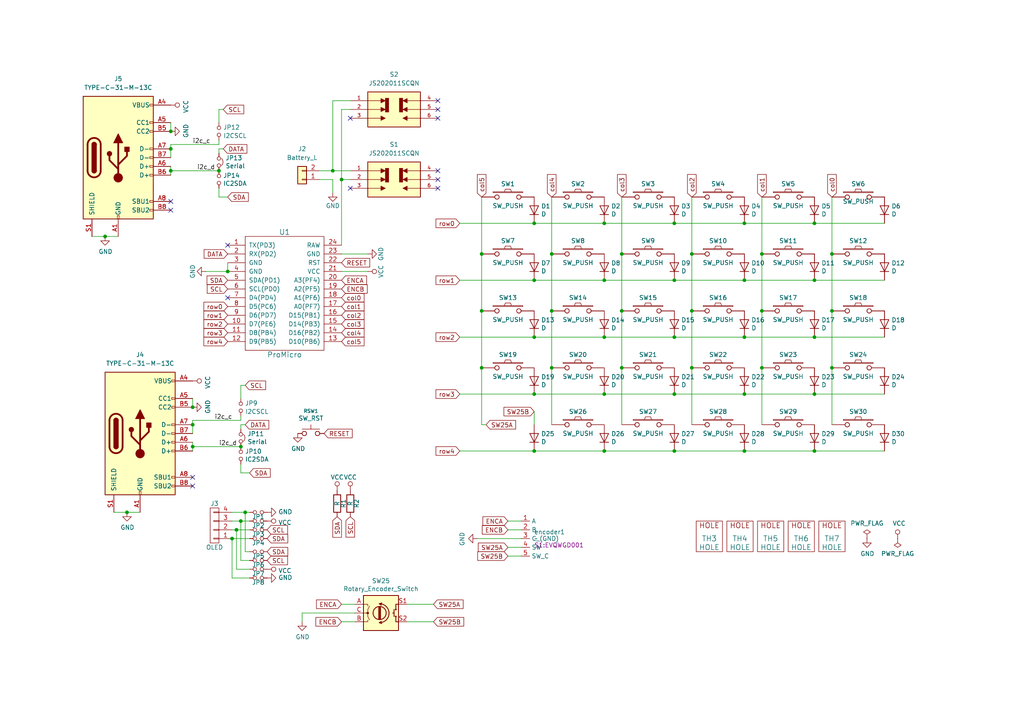
<source format=kicad_sch>
(kicad_sch (version 20250114) (generator "eeschema") (generator_version "9.0")
  (paper "A4")
  (junction (at 55.88 118.11))
  (junction (at 200.66 106.68))
  (junction (at 220.98 73.66))
  (junction (at 241.3 73.66))
  (junction (at 55.88 129.54))
  (junction (at 67.31 156.21))
  (junction (at 63.5 49.53))
  (junction (at 49.53 43.18))
  (junction (at 66.04 78.74))
  (junction (at 154.94 64.77))
  (junction (at 215.9 114.3))
  (junction (at 241.3 90.17))
  (junction (at 30.48 68.58))
  (junction (at 195.58 130.81))
  (junction (at 195.58 97.79))
  (junction (at 154.94 114.3))
  (junction (at 236.22 114.3))
  (junction (at 241.3 106.68))
  (junction (at 71.12 148.59))
  (junction (at 55.88 123.19))
  (junction (at 96.52 49.53))
  (junction (at 236.22 81.28))
  (junction (at 175.26 81.28))
  (junction (at 215.9 97.79))
  (junction (at 195.58 81.28))
  (junction (at 175.26 114.3))
  (junction (at 175.26 64.77))
  (junction (at 175.26 97.79))
  (junction (at 139.7 73.66))
  (junction (at 154.94 81.28))
  (junction (at 215.9 64.77))
  (junction (at 99.06 52.07))
  (junction (at 180.34 73.66))
  (junction (at 49.53 49.53))
  (junction (at 36.83 148.59))
  (junction (at 200.66 90.17))
  (junction (at 220.98 106.68))
  (junction (at 139.7 106.68))
  (junction (at 49.53 38.1))
  (junction (at 154.94 130.81))
  (junction (at 236.22 64.77))
  (junction (at 154.94 97.79))
  (junction (at 195.58 64.77))
  (junction (at 160.02 73.66))
  (junction (at 160.02 106.68))
  (junction (at 195.58 114.3))
  (junction (at 236.22 97.79))
  (junction (at 69.85 151.13))
  (junction (at 69.85 129.54))
  (junction (at 160.02 90.17))
  (junction (at 215.9 81.28))
  (junction (at 139.7 90.17))
  (junction (at 215.9 130.81))
  (junction (at 175.26 130.81))
  (junction (at 180.34 106.68))
  (junction (at 220.98 90.17))
  (junction (at 180.34 90.17))
  (junction (at 68.58 153.67))
  (junction (at 236.22 130.81))
  (junction (at 200.66 73.66))
  (no_connect (at 66.04 71.12))
  (no_connect (at 55.88 140.97))
  (no_connect (at 49.53 60.96))
  (no_connect (at 127 31.75))
  (no_connect (at 127 54.61))
  (no_connect (at 127 49.53))
  (no_connect (at 55.88 138.43))
  (no_connect (at 101.6 34.29))
  (no_connect (at 127 34.29))
  (no_connect (at 66.04 86.36))
  (no_connect (at 127 29.21))
  (no_connect (at 127 52.07))
  (no_connect (at 49.53 58.42))
  (no_connect (at 101.6 54.61))
  (wire (pts (xy 99.06 52.07) (xy 99.06 71.12)))
  (wire (pts (xy 96.52 29.21) (xy 96.52 49.53)))
  (wire (pts (xy 49.53 41.91) (xy 49.53 43.18)))
  (wire (pts (xy 69.85 134.62) (xy 69.85 137.16)))
  (wire (pts (xy 215.9 97.79) (xy 236.22 97.79)))
  (wire (pts (xy 195.58 97.79) (xy 215.9 97.79)))
  (wire (pts (xy 236.22 64.77) (xy 256.54 64.77)))
  (wire (pts (xy 175.26 130.81) (xy 195.58 130.81)))
  (wire (pts (xy 33.02 148.59) (xy 36.83 148.59)))
  (wire (pts (xy 139.7 123.19) (xy 140.97 123.19)))
  (wire (pts (xy 195.58 81.28) (xy 215.9 81.28)))
  (wire (pts (xy 236.22 130.81) (xy 256.54 130.81)))
  (wire (pts (xy 101.6 52.07) (xy 99.06 52.07)))
  (wire (pts (xy 154.94 97.79) (xy 133.35 97.79)))
  (wire (pts (xy 180.34 90.17) (xy 180.34 106.68)))
  (wire (pts (xy 99.06 31.75) (xy 99.06 52.07)))
  (wire (pts (xy 87.63 177.8) (xy 87.63 180.34)))
  (wire (pts (xy 36.83 148.59) (xy 40.64 148.59)))
  (wire (pts (xy 99.06 175.26) (xy 102.87 175.26)))
  (wire (pts (xy 175.26 114.3) (xy 195.58 114.3)))
  (wire (pts (xy 147.32 151.13) (xy 151.13 151.13)))
  (wire (pts (xy 133.35 130.81) (xy 154.94 130.81)))
  (wire (pts (xy 241.3 90.17) (xy 241.3 73.66)))
  (wire (pts (xy 160.02 106.68) (xy 160.02 123.19)))
  (wire (pts (xy 69.85 123.19) (xy 71.12 123.19)))
  (wire (pts (xy 63.5 54.61) (xy 63.5 57.15)))
  (wire (pts (xy 63.5 44.45) (xy 63.5 43.18)))
  (wire (pts (xy 71.12 148.59) (xy 71.12 160.02)))
  (wire (pts (xy 102.87 177.8) (xy 87.63 177.8)))
  (wire (pts (xy 68.58 153.67) (xy 68.58 165.1)))
  (wire (pts (xy 69.85 151.13) (xy 69.85 162.56)))
  (wire (pts (xy 63.5 43.18) (xy 64.77 43.18)))
  (wire (pts (xy 49.53 35.56) (xy 49.53 38.1)))
  (wire (pts (xy 92.71 52.07) (xy 96.52 52.07)))
  (wire (pts (xy 139.7 90.17) (xy 139.7 106.68)))
  (wire (pts (xy 220.98 57.15) (xy 220.98 73.66)))
  (wire (pts (xy 69.85 121.92) (xy 69.85 120.65)))
  (wire (pts (xy 236.22 81.28) (xy 256.54 81.28)))
  (wire (pts (xy 55.88 123.19) (xy 55.88 125.73)))
  (wire (pts (xy 67.31 148.59) (xy 71.12 148.59)))
  (wire (pts (xy 67.31 151.13) (xy 69.85 151.13)))
  (wire (pts (xy 49.53 49.53) (xy 49.53 50.8)))
  (wire (pts (xy 69.85 111.76) (xy 69.85 115.57)))
  (wire (pts (xy 139.7 73.66) (xy 139.7 90.17)))
  (wire (pts (xy 67.31 167.64) (xy 72.39 167.64)))
  (wire (pts (xy 69.85 121.92) (xy 55.88 121.92)))
  (wire (pts (xy 154.94 64.77) (xy 133.35 64.77)))
  (wire (pts (xy 175.26 114.3) (xy 154.94 114.3)))
  (wire (pts (xy 160.02 57.15) (xy 160.02 73.66)))
  (wire (pts (xy 30.48 68.58) (xy 34.29 68.58)))
  (wire (pts (xy 180.34 73.66) (xy 180.34 90.17)))
  (wire (pts (xy 147.32 161.29) (xy 151.13 161.29)))
  (wire (pts (xy 175.26 97.79) (xy 154.94 97.79)))
  (wire (pts (xy 200.66 90.17) (xy 200.66 106.68)))
  (wire (pts (xy 200.66 106.68) (xy 200.66 123.19)))
  (wire (pts (xy 160.02 73.66) (xy 160.02 90.17)))
  (wire (pts (xy 67.31 153.67) (xy 68.58 153.67)))
  (wire (pts (xy 118.11 175.26) (xy 125.73 175.26)))
  (wire (pts (xy 118.11 180.34) (xy 125.73 180.34)))
  (wire (pts (xy 200.66 73.66) (xy 200.66 90.17)))
  (wire (pts (xy 69.85 111.76) (xy 71.12 111.76)))
  (wire (pts (xy 147.32 158.75) (xy 151.13 158.75)))
  (wire (pts (xy 195.58 114.3) (xy 215.9 114.3)))
  (wire (pts (xy 154.94 114.3) (xy 133.35 114.3)))
  (wire (pts (xy 55.88 128.27) (xy 55.88 129.54)))
  (wire (pts (xy 63.5 57.15) (xy 66.04 57.15)))
  (wire (pts (xy 180.34 57.15) (xy 180.34 73.66)))
  (wire (pts (xy 154.94 81.28) (xy 133.35 81.28)))
  (wire (pts (xy 241.3 106.68) (xy 241.3 123.19)))
  (wire (pts (xy 101.6 29.21) (xy 96.52 29.21)))
  (wire (pts (xy 55.88 129.54) (xy 55.88 130.81)))
  (wire (pts (xy 68.58 165.1) (xy 72.39 165.1)))
  (wire (pts (xy 69.85 162.56) (xy 72.39 162.56)))
  (wire (pts (xy 236.22 114.3) (xy 256.54 114.3)))
  (wire (pts (xy 175.26 81.28) (xy 154.94 81.28)))
  (wire (pts (xy 241.3 90.17) (xy 241.3 106.68)))
  (wire (pts (xy 215.9 130.81) (xy 236.22 130.81)))
  (wire (pts (xy 49.53 49.53) (xy 63.5 49.53)))
  (wire (pts (xy 154.94 119.38) (xy 154.94 123.19)))
  (wire (pts (xy 175.26 81.28) (xy 195.58 81.28)))
  (wire (pts (xy 99.06 180.34) (xy 102.87 180.34)))
  (wire (pts (xy 236.22 64.77) (xy 215.9 64.77)))
  (wire (pts (xy 55.88 129.54) (xy 69.85 129.54)))
  (wire (pts (xy 72.39 156.21) (xy 67.31 156.21)))
  (wire (pts (xy 96.52 49.53) (xy 101.6 49.53)))
  (wire (pts (xy 68.58 153.67) (xy 72.39 153.67)))
  (wire (pts (xy 101.6 31.75) (xy 99.06 31.75)))
  (wire (pts (xy 49.53 43.18) (xy 49.53 45.72)))
  (wire (pts (xy 63.5 41.91) (xy 49.53 41.91)))
  (wire (pts (xy 69.85 151.13) (xy 72.39 151.13)))
  (wire (pts (xy 139.7 57.15) (xy 139.7 73.66)))
  (wire (pts (xy 55.88 121.92) (xy 55.88 123.19)))
  (wire (pts (xy 63.5 31.75) (xy 64.77 31.75)))
  (wire (pts (xy 66.04 78.74) (xy 59.69 78.74)))
  (wire (pts (xy 55.88 115.57) (xy 55.88 118.11)))
  (wire (pts (xy 175.26 64.77) (xy 195.58 64.77)))
  (wire (pts (xy 220.98 106.68) (xy 220.98 123.19)))
  (wire (pts (xy 99.06 78.74) (xy 106.68 78.74)))
  (wire (pts (xy 69.85 124.46) (xy 69.85 123.19)))
  (wire (pts (xy 92.71 49.53) (xy 96.52 49.53)))
  (wire (pts (xy 26.67 68.58) (xy 30.48 68.58)))
  (wire (pts (xy 63.5 31.75) (xy 63.5 35.56)))
  (wire (pts (xy 220.98 106.68) (xy 220.98 90.17)))
  (wire (pts (xy 71.12 160.02) (xy 72.39 160.02)))
  (wire (pts (xy 180.34 106.68) (xy 180.34 123.19)))
  (wire (pts (xy 215.9 81.28) (xy 236.22 81.28)))
  (wire (pts (xy 67.31 156.21) (xy 67.31 167.64)))
  (wire (pts (xy 200.66 57.15) (xy 200.66 73.66)))
  (wire (pts (xy 175.26 64.77) (xy 154.94 64.77)))
  (wire (pts (xy 139.7 106.68) (xy 139.7 123.19)))
  (wire (pts (xy 160.02 90.17) (xy 160.02 106.68)))
  (wire (pts (xy 195.58 130.81) (xy 215.9 130.81)))
  (wire (pts (xy 49.53 48.26) (xy 49.53 49.53)))
  (wire (pts (xy 138.43 156.21) (xy 151.13 156.21)))
  (wire (pts (xy 63.5 41.91) (xy 63.5 40.64)))
  (wire (pts (xy 99.06 73.66) (xy 106.68 73.66)))
  (wire (pts (xy 241.3 73.66) (xy 241.3 57.15)))
  (wire (pts (xy 69.85 137.16) (xy 72.39 137.16)))
  (wire (pts (xy 147.32 153.67) (xy 151.13 153.67)))
  (wire (pts (xy 71.12 148.59) (xy 72.39 148.59)))
  (wire (pts (xy 236.22 97.79) (xy 256.54 97.79)))
  (wire (pts (xy 215.9 114.3) (xy 236.22 114.3)))
  (wire (pts (xy 66.04 76.2) (xy 66.04 78.74)))
  (wire (pts (xy 175.26 97.79) (xy 195.58 97.79)))
  (wire (pts (xy 154.94 130.81) (xy 175.26 130.81)))
  (wire (pts (xy 96.52 52.07) (xy 96.52 55.88)))
  (wire (pts (xy 220.98 73.66) (xy 220.98 90.17)))
  (wire (pts (xy 195.58 64.77) (xy 215.9 64.77)))
  (label "i2c_d" (at 57.15 49.53 0))
  (label "i2c_d" (at 63.5 129.54 0))
  (label "i2c_c" (at 55.88 41.91 0))
  (label "i2c_c" (at 62.23 121.92 0))
  (global_label "col1" (shape input) (at 99.06 88.9 0) (property "Intersheetrefs" "${INTERSHEET_REFS}" (effects (hide yes))))
  (global_label "ENCA" (shape input) (at 147.32 151.13 180) (property "Intersheetrefs" "${INTERSHEET_REFS}" (effects (hide yes))))
  (global_label "SDA" (shape input) (at 97.79 149.86 270) (property "Intersheetrefs" "${INTERSHEET_REFS}" (effects (hide yes))))
  (global_label "row2" (shape input) (at 66.04 93.98 180) (property "Intersheetrefs" "${INTERSHEET_REFS}" (effects (hide yes))))
  (global_label "col3" (shape input) (at 180.34 57.15 90) (property "Intersheetrefs" "${INTERSHEET_REFS}" (effects (hide yes))))
  (global_label "SW25A" (shape input) (at 147.32 158.75 180) (property "Intersheetrefs" "${INTERSHEET_REFS}" (effects (hide yes))))
  (global_label "SCL" (shape input) (at 66.04 83.82 180) (property "Intersheetrefs" "${INTERSHEET_REFS}" (effects (hide yes))))
  (global_label "col0" (shape input) (at 241.3 57.15 90) (property "Intersheetrefs" "${INTERSHEET_REFS}" (effects (hide yes))))
  (global_label "SW25A" (shape input) (at 125.73 175.26 0) (property "Intersheetrefs" "${INTERSHEET_REFS}" (effects (hide yes))))
  (global_label "SDA" (shape input) (at 77.47 160.02 0) (property "Intersheetrefs" "${INTERSHEET_REFS}" (effects (hide yes))))
  (global_label "row4" (shape input) (at 66.04 99.06 180) (property "Intersheetrefs" "${INTERSHEET_REFS}" (effects (hide yes))))
  (global_label "col4" (shape input) (at 160.02 57.15 90) (property "Intersheetrefs" "${INTERSHEET_REFS}" (effects (hide yes))))
  (global_label "SW25A" (shape input) (at 140.97 123.19 0) (property "Intersheetrefs" "${INTERSHEET_REFS}" (effects (hide yes))))
  (global_label "row0" (shape input) (at 133.35 64.77 180) (property "Intersheetrefs" "${INTERSHEET_REFS}" (effects (hide yes))))
  (global_label "ENCB" (shape input) (at 99.06 180.34 180) (property "Intersheetrefs" "${INTERSHEET_REFS}" (effects (hide yes))))
  (global_label "col3" (shape input) (at 99.06 93.98 0) (property "Intersheetrefs" "${INTERSHEET_REFS}" (effects (hide yes))))
  (global_label "col2" (shape input) (at 200.66 57.15 90) (property "Intersheetrefs" "${INTERSHEET_REFS}" (effects (hide yes))))
  (global_label "SW25B" (shape input) (at 154.94 119.38 180) (property "Intersheetrefs" "${INTERSHEET_REFS}" (effects (hide yes))))
  (global_label "SW25B" (shape input) (at 147.32 161.29 180) (property "Intersheetrefs" "${INTERSHEET_REFS}" (effects (hide yes))))
  (global_label "DATA" (shape input) (at 71.12 123.19 0) (property "Intersheetrefs" "${INTERSHEET_REFS}" (effects (hide yes))))
  (global_label "col5" (shape input) (at 139.7 57.15 90) (property "Intersheetrefs" "${INTERSHEET_REFS}" (effects (hide yes))))
  (global_label "col1" (shape input) (at 220.98 57.15 90) (property "Intersheetrefs" "${INTERSHEET_REFS}" (effects (hide yes))))
  (global_label "SDA" (shape input) (at 72.39 137.16 0) (property "Intersheetrefs" "${INTERSHEET_REFS}" (effects (hide yes))))
  (global_label "RESET" (shape input) (at 99.06 76.2 0) (property "Intersheetrefs" "${INTERSHEET_REFS}" (effects (hide yes))))
  (global_label "SW25B" (shape input) (at 125.73 180.34 0) (property "Intersheetrefs" "${INTERSHEET_REFS}" (effects (hide yes))))
  (global_label "ENCB" (shape input) (at 147.32 153.67 180) (property "Intersheetrefs" "${INTERSHEET_REFS}" (effects (hide yes))))
  (global_label "SCL" (shape input) (at 71.12 111.76 0) (property "Intersheetrefs" "${INTERSHEET_REFS}" (effects (hide yes))))
  (global_label "col5" (shape input) (at 99.06 99.06 0) (property "Intersheetrefs" "${INTERSHEET_REFS}" (effects (hide yes))))
  (global_label "SDA" (shape input) (at 66.04 57.15 0) (property "Intersheetrefs" "${INTERSHEET_REFS}" (effects (hide yes))))
  (global_label "RESET" (shape input) (at 93.98 125.73 0) (property "Intersheetrefs" "${INTERSHEET_REFS}" (effects (hide yes))))
  (global_label "SCL" (shape input) (at 77.47 162.56 0) (property "Intersheetrefs" "${INTERSHEET_REFS}" (effects (hide yes))))
  (global_label "SCL" (shape input) (at 77.47 153.67 0) (property "Intersheetrefs" "${INTERSHEET_REFS}" (effects (hide yes))))
  (global_label "col2" (shape input) (at 99.06 91.44 0) (property "Intersheetrefs" "${INTERSHEET_REFS}" (effects (hide yes))))
  (global_label "row1" (shape input) (at 66.04 91.44 180) (property "Intersheetrefs" "${INTERSHEET_REFS}" (effects (hide yes))))
  (global_label "SCL" (shape input) (at 101.6 149.86 270) (property "Intersheetrefs" "${INTERSHEET_REFS}" (effects (hide yes))))
  (global_label "DATA" (shape input) (at 64.77 43.18 0) (property "Intersheetrefs" "${INTERSHEET_REFS}" (effects (hide yes))))
  (global_label "col0" (shape input) (at 99.06 86.36 0) (property "Intersheetrefs" "${INTERSHEET_REFS}" (effects (hide yes))))
  (global_label "SCL" (shape input) (at 64.77 31.75 0) (property "Intersheetrefs" "${INTERSHEET_REFS}" (effects (hide yes))))
  (global_label "row1" (shape input) (at 133.35 81.28 180) (property "Intersheetrefs" "${INTERSHEET_REFS}" (effects (hide yes))))
  (global_label "row0" (shape input) (at 66.04 88.9 180) (property "Intersheetrefs" "${INTERSHEET_REFS}" (effects (hide yes))))
  (global_label "ENCB" (shape input) (at 99.06 83.82 0) (property "Intersheetrefs" "${INTERSHEET_REFS}" (effects (hide yes))))
  (global_label "row3" (shape input) (at 66.04 96.52 180) (property "Intersheetrefs" "${INTERSHEET_REFS}" (effects (hide yes))))
  (global_label "SDA" (shape input) (at 66.04 81.28 180) (property "Intersheetrefs" "${INTERSHEET_REFS}" (effects (hide yes))))
  (global_label "row2" (shape input) (at 133.35 97.79 180) (property "Intersheetrefs" "${INTERSHEET_REFS}" (effects (hide yes))))
  (global_label "col4" (shape input) (at 99.06 96.52 0) (property "Intersheetrefs" "${INTERSHEET_REFS}" (effects (hide yes))))
  (global_label "row3" (shape input) (at 133.35 114.3 180) (property "Intersheetrefs" "${INTERSHEET_REFS}" (effects (hide yes))))
  (global_label "row4" (shape input) (at 133.35 130.81 180) (property "Intersheetrefs" "${INTERSHEET_REFS}" (effects (hide yes))))
  (global_label "ENCA" (shape input) (at 99.06 175.26 180) (property "Intersheetrefs" "${INTERSHEET_REFS}" (effects (hide yes))))
  (global_label "ENCA" (shape input) (at 99.06 81.28 0) (property "Intersheetrefs" "${INTERSHEET_REFS}" (effects (hide yes))))
  (global_label "SDA" (shape input) (at 77.47 156.21 0) (property "Intersheetrefs" "${INTERSHEET_REFS}" (effects (hide yes))))
  (global_label "DATA" (shape input) (at 66.04 73.66 180) (property "Intersheetrefs" "${INTERSHEET_REFS}" (effects (hide yes))))
  (symbol (lib_id "SofleKeyboard-rescue:ProMicro_2-Lily58-cache-Lily58_Pro-rescue") (at 82.55 85.09 0) (unit 1)
    (property "Reference" "U1" (at 82.55 67.31 0) (effects (font (size 1.524 1.524))))
    (property "Value" "ProMicro" (at 82.55 102.87 0) (effects (font (size 1.524 1.524))))
    (property "Footprint" "SofleKeyboard-footprint:ArduinoProMicro-ZigZag-DoubleSided" (effects (hide yes)))
  )
  (symbol (lib_id "SofleKeyboard-rescue:SW_PUSH-Lily58-cache-Lily58_Pro-rescue") (at 167.64 123.19 0) (unit 1)
    (property "Reference" "SW26" (at 167.64 119.38 0))
    (property "Value" "SW_PUSH" (at 167.64 125.73 0))
    (property "Footprint" "SofleKeyboard-footprint:CherryMX_Hotswap_1.5" (effects (hide yes)))
  )
  (symbol (lib_id "SofleKeyboard-rescue:SW_PUSH-Lily58-cache-Lily58_Pro-rescue") (at 147.32 57.15 0) (unit 1)
    (property "Reference" "SW1" (at 147.32 53.34 0))
    (property "Value" "SW_PUSH" (at 147.32 59.69 0))
    (property "Footprint" "SofleKeyboard-footprint:CherryMX_Hotswap" (effects (hide yes)))
  )
  (symbol (lib_id "SofleKeyboard-rescue:D-Lily58-cache-Lily58_Pro-rescue") (at 154.94 60.96 90) (unit 1)
    (property "Reference" "D1" (at 156.9466 59.7916 90) (effects (justify right)))
    (property "Value" "D" (at 156.9466 62.103 90) (effects (justify right)))
    (property "Footprint" "SofleKeyboard-footprint:Diode_SOD123" (effects (hide yes)))
  )
  (symbol (lib_id "SofleKeyboard-rescue:SW_PUSH-Lily58-cache-Lily58_Pro-rescue") (at 167.64 57.15 0) (unit 1)
    (property "Reference" "SW2" (at 167.64 53.34 0))
    (property "Value" "SW_PUSH" (at 167.64 59.69 0))
    (property "Footprint" "SofleKeyboard-footprint:CherryMX_Hotswap" (effects (hide yes)))
  )
  (symbol (lib_id "SofleKeyboard-rescue:D-Lily58-cache-Lily58_Pro-rescue") (at 175.26 60.96 90) (unit 1)
    (property "Reference" "D2" (at 177.2666 59.7916 90) (effects (justify right)))
    (property "Value" "D" (at 177.2666 62.103 90) (effects (justify right)))
    (property "Footprint" "SofleKeyboard-footprint:Diode_SOD123" (effects (hide yes)))
  )
  (symbol (lib_id "SofleKeyboard-rescue:SW_PUSH-Lily58-cache-Lily58_Pro-rescue") (at 187.96 57.15 0) (unit 1)
    (property "Reference" "SW3" (at 187.96 53.34 0))
    (property "Value" "SW_PUSH" (at 187.96 59.69 0))
    (property "Footprint" "SofleKeyboard-footprint:CherryMX_Hotswap" (effects (hide yes)))
  )
  (symbol (lib_id "SofleKeyboard-rescue:D-Lily58-cache-Lily58_Pro-rescue") (at 195.58 60.96 90) (unit 1)
    (property "Reference" "D3" (at 197.5866 59.7916 90) (effects (justify right)))
    (property "Value" "D" (at 197.5866 62.103 90) (effects (justify right)))
    (property "Footprint" "SofleKeyboard-footprint:Diode_SOD123" (effects (hide yes)))
  )
  (symbol (lib_id "SofleKeyboard-rescue:SW_PUSH-Lily58-cache-Lily58_Pro-rescue") (at 208.28 57.15 0) (unit 1)
    (property "Reference" "SW4" (at 208.28 53.34 0))
    (property "Value" "SW_PUSH" (at 208.28 59.69 0))
    (property "Footprint" "SofleKeyboard-footprint:CherryMX_Hotswap" (effects (hide yes)))
  )
  (symbol (lib_id "SofleKeyboard-rescue:D-Lily58-cache-Lily58_Pro-rescue") (at 215.9 60.96 90) (unit 1)
    (property "Reference" "D4" (at 217.9066 59.7916 90) (effects (justify right)))
    (property "Value" "D" (at 217.9066 62.103 90) (effects (justify right)))
    (property "Footprint" "SofleKeyboard-footprint:Diode_SOD123" (effects (hide yes)))
  )
  (symbol (lib_id "SofleKeyboard-rescue:SW_PUSH-Lily58-cache-Lily58_Pro-rescue") (at 228.6 57.15 0) (unit 1)
    (property "Reference" "SW5" (at 228.6 53.34 0))
    (property "Value" "SW_PUSH" (at 228.6 59.69 0))
    (property "Footprint" "SofleKeyboard-footprint:CherryMX_Hotswap" (effects (hide yes)))
  )
  (symbol (lib_id "SofleKeyboard-rescue:D-Lily58-cache-Lily58_Pro-rescue") (at 236.22 60.96 90) (unit 1)
    (property "Reference" "D5" (at 238.2266 59.7916 90) (effects (justify right)))
    (property "Value" "D" (at 238.2266 62.103 90) (effects (justify right)))
    (property "Footprint" "SofleKeyboard-footprint:Diode_SOD123" (effects (hide yes)))
  )
  (symbol (lib_id "SofleKeyboard-rescue:SW_PUSH-Lily58-cache-Lily58_Pro-rescue") (at 248.92 57.15 0) (unit 1)
    (property "Reference" "SW6" (at 248.92 53.34 0))
    (property "Value" "SW_PUSH" (at 248.92 58.42 0))
    (property "Footprint" "SofleKeyboard-footprint:CherryMX_Hotswap" (effects (hide yes)))
  )
  (symbol (lib_id "SofleKeyboard-rescue:D-Lily58-cache-Lily58_Pro-rescue") (at 256.54 60.96 90) (unit 1)
    (property "Reference" "D6" (at 258.5466 59.7916 90) (effects (justify right)))
    (property "Value" "D" (at 258.5466 62.103 90) (effects (justify right)))
    (property "Footprint" "SofleKeyboard-footprint:Diode_SOD123" (effects (hide yes)))
  )
  (symbol (lib_id "SofleKeyboard-rescue:SW_PUSH-Lily58-cache-Lily58_Pro-rescue") (at 167.64 73.66 0) (unit 1)
    (property "Reference" "SW8" (at 167.64 69.85 0))
    (property "Value" "SW_PUSH" (at 167.64 76.2 0))
    (property "Footprint" "SofleKeyboard-footprint:CherryMX_Hotswap" (effects (hide yes)))
  )
  (symbol (lib_id "SofleKeyboard-rescue:SW_PUSH-Lily58-cache-Lily58_Pro-rescue") (at 187.96 73.66 0) (unit 1)
    (property "Reference" "SW9" (at 187.96 69.85 0))
    (property "Value" "SW_PUSH" (at 187.96 76.2 0))
    (property "Footprint" "SofleKeyboard-footprint:CherryMX_Hotswap" (effects (hide yes)))
  )
  (symbol (lib_id "SofleKeyboard-rescue:SW_PUSH-Lily58-cache-Lily58_Pro-rescue") (at 208.28 73.66 0) (unit 1)
    (property "Reference" "SW10" (at 208.28 69.85 0))
    (property "Value" "SW_PUSH" (at 208.28 76.2 0))
    (property "Footprint" "SofleKeyboard-footprint:CherryMX_Hotswap" (effects (hide yes)))
  )
  (symbol (lib_id "SofleKeyboard-rescue:SW_PUSH-Lily58-cache-Lily58_Pro-rescue") (at 228.6 73.66 0) (unit 1)
    (property "Reference" "SW11" (at 228.6 69.85 0))
    (property "Value" "SW_PUSH" (at 228.6 76.2 0))
    (property "Footprint" "SofleKeyboard-footprint:CherryMX_Hotswap" (effects (hide yes)))
  )
  (symbol (lib_id "SofleKeyboard-rescue:SW_PUSH-Lily58-cache-Lily58_Pro-rescue") (at 248.92 73.66 0) (unit 1)
    (property "Reference" "SW12" (at 248.92 69.85 0))
    (property "Value" "SW_PUSH" (at 248.92 76.2 0))
    (property "Footprint" "SofleKeyboard-footprint:CherryMX_Hotswap" (effects (hide yes)))
  )
  (symbol (lib_id "SofleKeyboard-rescue:SW_PUSH-Lily58-cache-Lily58_Pro-rescue") (at 147.32 73.66 0) (unit 1)
    (property "Reference" "SW7" (at 147.32 69.85 0))
    (property "Value" "SW_PUSH" (at 147.32 76.2 0))
    (property "Footprint" "SofleKeyboard-footprint:CherryMX_Hotswap" (effects (hide yes)))
  )
  (symbol (lib_id "SofleKeyboard-rescue:D-Lily58-cache-Lily58_Pro-rescue") (at 154.94 77.47 90) (unit 1)
    (property "Reference" "D7" (at 156.9466 76.3016 90) (effects (justify right)))
    (property "Value" "D" (at 156.9466 78.613 90) (effects (justify right)))
    (property "Footprint" "SofleKeyboard-footprint:Diode_SOD123" (effects (hide yes)))
  )
  (symbol (lib_id "SofleKeyboard-rescue:D-Lily58-cache-Lily58_Pro-rescue") (at 175.26 77.47 90) (unit 1)
    (property "Reference" "D8" (at 177.2666 76.3016 90) (effects (justify right)))
    (property "Value" "D" (at 177.2666 78.613 90) (effects (justify right)))
    (property "Footprint" "SofleKeyboard-footprint:Diode_SOD123" (effects (hide yes)))
  )
  (symbol (lib_id "SofleKeyboard-rescue:D-Lily58-cache-Lily58_Pro-rescue") (at 195.58 77.47 90) (unit 1)
    (property "Reference" "D9" (at 197.5866 76.3016 90) (effects (justify right)))
    (property "Value" "D" (at 197.5866 78.613 90) (effects (justify right)))
    (property "Footprint" "SofleKeyboard-footprint:Diode_SOD123" (effects (hide yes)))
  )
  (symbol (lib_id "SofleKeyboard-rescue:D-Lily58-cache-Lily58_Pro-rescue") (at 215.9 77.47 90) (unit 1)
    (property "Reference" "D10" (at 217.9066 76.3016 90) (effects (justify right)))
    (property "Value" "D" (at 217.9066 78.613 90) (effects (justify right)))
    (property "Footprint" "SofleKeyboard-footprint:Diode_SOD123" (effects (hide yes)))
  )
  (symbol (lib_id "SofleKeyboard-rescue:D-Lily58-cache-Lily58_Pro-rescue") (at 236.22 77.47 90) (unit 1)
    (property "Reference" "D11" (at 238.2266 76.3016 90) (effects (justify right)))
    (property "Value" "D" (at 238.2266 78.613 90) (effects (justify right)))
    (property "Footprint" "SofleKeyboard-footprint:Diode_SOD123" (effects (hide yes)))
  )
  (symbol (lib_id "SofleKeyboard-rescue:D-Lily58-cache-Lily58_Pro-rescue") (at 256.54 77.47 90) (unit 1)
    (property "Reference" "D12" (at 258.5466 76.3016 90) (effects (justify right)))
    (property "Value" "D" (at 258.5466 78.613 90) (effects (justify right)))
    (property "Footprint" "SofleKeyboard-footprint:Diode_SOD123" (effects (hide yes)))
  )
  (symbol (lib_id "SofleKeyboard-rescue:SW_PUSH-Lily58-cache-Lily58_Pro-rescue") (at 147.32 90.17 0) (unit 1)
    (property "Reference" "SW13" (at 147.32 86.36 0))
    (property "Value" "SW_PUSH" (at 147.32 92.71 0))
    (property "Footprint" "SofleKeyboard-footprint:CherryMX_Hotswap" (effects (hide yes)))
  )
  (symbol (lib_id "SofleKeyboard-rescue:SW_PUSH-Lily58-cache-Lily58_Pro-rescue") (at 167.64 90.17 0) (unit 1)
    (property "Reference" "SW14" (at 167.64 86.36 0))
    (property "Value" "SW_PUSH" (at 167.64 92.71 0))
    (property "Footprint" "SofleKeyboard-footprint:CherryMX_Hotswap" (effects (hide yes)))
  )
  (symbol (lib_id "SofleKeyboard-rescue:SW_PUSH-Lily58-cache-Lily58_Pro-rescue") (at 187.96 90.17 0) (unit 1)
    (property "Reference" "SW15" (at 187.96 86.36 0))
    (property "Value" "SW_PUSH" (at 187.96 92.71 0))
    (property "Footprint" "SofleKeyboard-footprint:CherryMX_Hotswap" (effects (hide yes)))
  )
  (symbol (lib_id "SofleKeyboard-rescue:SW_PUSH-Lily58-cache-Lily58_Pro-rescue") (at 208.28 90.17 0) (unit 1)
    (property "Reference" "SW16" (at 208.28 86.36 0))
    (property "Value" "SW_PUSH" (at 208.28 92.71 0))
    (property "Footprint" "SofleKeyboard-footprint:CherryMX_Hotswap" (effects (hide yes)))
  )
  (symbol (lib_id "SofleKeyboard-rescue:SW_PUSH-Lily58-cache-Lily58_Pro-rescue") (at 228.6 90.17 0) (unit 1)
    (property "Reference" "SW17" (at 228.6 86.36 0))
    (property "Value" "SW_PUSH" (at 228.6 92.71 0))
    (property "Footprint" "SofleKeyboard-footprint:CherryMX_Hotswap" (effects (hide yes)))
  )
  (symbol (lib_id "SofleKeyboard-rescue:SW_PUSH-Lily58-cache-Lily58_Pro-rescue") (at 248.92 90.17 0) (unit 1)
    (property "Reference" "SW18" (at 248.92 86.36 0))
    (property "Value" "SW_PUSH" (at 248.92 92.71 0))
    (property "Footprint" "SofleKeyboard-footprint:CherryMX_Hotswap" (effects (hide yes)))
  )
  (symbol (lib_id "SofleKeyboard-rescue:D-Lily58-cache-Lily58_Pro-rescue") (at 154.94 93.98 90) (unit 1)
    (property "Reference" "D13" (at 156.9466 92.8116 90) (effects (justify right)))
    (property "Value" "D" (at 156.9466 95.123 90) (effects (justify right)))
    (property "Footprint" "SofleKeyboard-footprint:Diode_SOD123" (effects (hide yes)))
  )
  (symbol (lib_id "SofleKeyboard-rescue:D-Lily58-cache-Lily58_Pro-rescue") (at 175.26 93.98 90) (unit 1)
    (property "Reference" "D14" (at 177.2666 92.8116 90) (effects (justify right)))
    (property "Value" "D" (at 177.2666 95.123 90) (effects (justify right)))
    (property "Footprint" "SofleKeyboard-footprint:Diode_SOD123" (effects (hide yes)))
  )
  (symbol (lib_id "SofleKeyboard-rescue:D-Lily58-cache-Lily58_Pro-rescue") (at 195.58 93.98 90) (unit 1)
    (property "Reference" "D15" (at 197.5866 92.8116 90) (effects (justify right)))
    (property "Value" "D" (at 197.5866 95.123 90) (effects (justify right)))
    (property "Footprint" "SofleKeyboard-footprint:Diode_SOD123" (effects (hide yes)))
  )
  (symbol (lib_id "SofleKeyboard-rescue:D-Lily58-cache-Lily58_Pro-rescue") (at 215.9 93.98 90) (unit 1)
    (property "Reference" "D16" (at 217.9066 92.8116 90) (effects (justify right)))
    (property "Value" "D" (at 217.9066 95.123 90) (effects (justify right)))
    (property "Footprint" "SofleKeyboard-footprint:Diode_SOD123" (effects (hide yes)))
  )
  (symbol (lib_id "SofleKeyboard-rescue:D-Lily58-cache-Lily58_Pro-rescue") (at 236.22 93.98 90) (unit 1)
    (property "Reference" "D17" (at 238.2266 92.8116 90) (effects (justify right)))
    (property "Value" "D" (at 238.2266 95.123 90) (effects (justify right)))
    (property "Footprint" "SofleKeyboard-footprint:Diode_SOD123" (effects (hide yes)))
  )
  (symbol (lib_id "SofleKeyboard-rescue:D-Lily58-cache-Lily58_Pro-rescue") (at 256.54 93.98 90) (unit 1)
    (property "Reference" "D18" (at 258.5466 92.8116 90) (effects (justify right)))
    (property "Value" "D" (at 258.5466 95.123 90) (effects (justify right)))
    (property "Footprint" "SofleKeyboard-footprint:Diode_SOD123" (effects (hide yes)))
  )
  (symbol (lib_id "SofleKeyboard-rescue:SW_PUSH-Lily58-cache-Lily58_Pro-rescue") (at 187.96 106.68 0) (unit 1)
    (property "Reference" "SW21" (at 187.96 102.87 0))
    (property "Value" "SW_PUSH" (at 187.96 109.22 0))
    (property "Footprint" "SofleKeyboard-footprint:CherryMX_Hotswap" (effects (hide yes)))
  )
  (symbol (lib_id "SofleKeyboard-rescue:SW_PUSH-Lily58-cache-Lily58_Pro-rescue") (at 208.28 106.68 0) (unit 1)
    (property "Reference" "SW22" (at 208.28 102.87 0))
    (property "Value" "SW_PUSH" (at 208.28 109.22 0))
    (property "Footprint" "SofleKeyboard-footprint:CherryMX_Hotswap" (effects (hide yes)))
  )
  (symbol (lib_id "SofleKeyboard-rescue:SW_PUSH-Lily58-cache-Lily58_Pro-rescue") (at 228.6 106.68 0) (unit 1)
    (property "Reference" "SW23" (at 228.6 102.87 0))
    (property "Value" "SW_PUSH" (at 228.6 109.22 0))
    (property "Footprint" "SofleKeyboard-footprint:CherryMX_Hotswap" (effects (hide yes)))
  )
  (symbol (lib_id "SofleKeyboard-rescue:SW_PUSH-Lily58-cache-Lily58_Pro-rescue") (at 248.92 106.68 0) (unit 1)
    (property "Reference" "SW24" (at 248.92 102.87 0))
    (property "Value" "SW_PUSH" (at 248.92 109.22 0))
    (property "Footprint" "SofleKeyboard-footprint:CherryMX_Hotswap" (effects (hide yes)))
  )
  (symbol (lib_id "SofleKeyboard-rescue:SW_PUSH-Lily58-cache-Lily58_Pro-rescue") (at 167.64 106.68 0) (unit 1)
    (property "Reference" "SW20" (at 167.64 102.87 0))
    (property "Value" "SW_PUSH" (at 167.64 109.22 0))
    (property "Footprint" "SofleKeyboard-footprint:CherryMX_Hotswap" (effects (hide yes)))
  )
  (symbol (lib_id "SofleKeyboard-rescue:SW_PUSH-Lily58-cache-Lily58_Pro-rescue") (at 147.32 106.68 0) (unit 1)
    (property "Reference" "SW19" (at 147.32 102.87 0))
    (property "Value" "SW_PUSH" (at 147.32 109.22 0))
    (property "Footprint" "SofleKeyboard-footprint:CherryMX_Hotswap" (effects (hide yes)))
  )
  (symbol (lib_id "SofleKeyboard-rescue:D-Lily58-cache-Lily58_Pro-rescue") (at 154.94 110.49 90) (unit 1)
    (property "Reference" "D19" (at 156.9466 109.3216 90) (effects (justify right)))
    (property "Value" "D" (at 156.9466 111.633 90) (effects (justify right)))
    (property "Footprint" "SofleKeyboard-footprint:Diode_SOD123" (effects (hide yes)))
  )
  (symbol (lib_id "SofleKeyboard-rescue:D-Lily58-cache-Lily58_Pro-rescue") (at 175.26 110.49 90) (unit 1)
    (property "Reference" "D20" (at 177.2666 109.3216 90) (effects (justify right)))
    (property "Value" "D" (at 177.2666 111.633 90) (effects (justify right)))
    (property "Footprint" "SofleKeyboard-footprint:Diode_SOD123" (effects (hide yes)))
  )
  (symbol (lib_id "SofleKeyboard-rescue:D-Lily58-cache-Lily58_Pro-rescue") (at 195.58 110.49 90) (unit 1)
    (property "Reference" "D21" (at 197.5866 109.3216 90) (effects (justify right)))
    (property "Value" "D" (at 197.5866 111.633 90) (effects (justify right)))
    (property "Footprint" "SofleKeyboard-footprint:Diode_SOD123" (effects (hide yes)))
  )
  (symbol (lib_id "SofleKeyboard-rescue:D-Lily58-cache-Lily58_Pro-rescue") (at 215.9 110.49 90) (unit 1)
    (property "Reference" "D22" (at 217.9066 109.3216 90) (effects (justify right)))
    (property "Value" "D" (at 217.9066 111.633 90) (effects (justify right)))
    (property "Footprint" "SofleKeyboard-footprint:Diode_SOD123" (effects (hide yes)))
  )
  (symbol (lib_id "SofleKeyboard-rescue:D-Lily58-cache-Lily58_Pro-rescue") (at 236.22 110.49 90) (unit 1)
    (property "Reference" "D23" (at 238.2266 109.3216 90) (effects (justify right)))
    (property "Value" "D" (at 238.2266 111.633 90) (effects (justify right)))
    (property "Footprint" "SofleKeyboard-footprint:Diode_SOD123" (effects (hide yes)))
  )
  (symbol (lib_id "SofleKeyboard-rescue:D-Lily58-cache-Lily58_Pro-rescue") (at 256.54 110.49 90) (unit 1)
    (property "Reference" "D24" (at 258.5466 109.3216 90) (effects (justify right)))
    (property "Value" "D" (at 258.5466 111.633 90) (effects (justify right)))
    (property "Footprint" "SofleKeyboard-footprint:Diode_SOD123" (effects (hide yes)))
  )
  (symbol (lib_id "SofleKeyboard-rescue:SW_PUSH-Lily58-cache-Lily58_Pro-rescue") (at 187.96 123.19 0) (unit 1)
    (property "Reference" "SW27" (at 187.96 119.38 0))
    (property "Value" "SW_PUSH" (at 187.96 125.73 0))
    (property "Footprint" "SofleKeyboard-footprint:CherryMX_Hotswap" (effects (hide yes)))
  )
  (symbol (lib_id "SofleKeyboard-rescue:SW_PUSH-Lily58-cache-Lily58_Pro-rescue") (at 208.28 123.19 0) (unit 1)
    (property "Reference" "SW28" (at 208.28 119.38 0))
    (property "Value" "SW_PUSH" (at 208.28 125.73 0))
    (property "Footprint" "SofleKeyboard-footprint:CherryMX_Hotswap" (effects (hide yes)))
  )
  (symbol (lib_id "SofleKeyboard-rescue:SW_PUSH-Lily58-cache-Lily58_Pro-rescue") (at 228.6 123.19 0) (unit 1)
    (property "Reference" "SW29" (at 228.6 119.38 0))
    (property "Value" "SW_PUSH" (at 228.6 125.73 0))
    (property "Footprint" "SofleKeyboard-footprint:CherryMX_Hotswap" (effects (hide yes)))
  )
  (symbol (lib_id "SofleKeyboard-rescue:D-Lily58-cache-Lily58_Pro-rescue") (at 154.94 127 90) (unit 1)
    (property "Reference" "D25" (at 156.9466 125.8316 90) (effects (justify right)))
    (property "Value" "D" (at 156.9466 128.143 90) (effects (justify right)))
    (property "Footprint" "SofleKeyboard-footprint:Diode_SOD123" (effects (hide yes)))
  )
  (symbol (lib_id "SofleKeyboard-rescue:D-Lily58-cache-Lily58_Pro-rescue") (at 175.26 127 90) (unit 1)
    (property "Reference" "D26" (at 177.2666 125.8316 90) (effects (justify right)))
    (property "Value" "D" (at 177.2666 128.143 90) (effects (justify right)))
    (property "Footprint" "SofleKeyboard-footprint:Diode_SOD123" (effects (hide yes)))
  )
  (symbol (lib_id "SofleKeyboard-rescue:D-Lily58-cache-Lily58_Pro-rescue") (at 195.58 127 90) (unit 1)
    (property "Reference" "D27" (at 197.5866 125.8316 90) (effects (justify right)))
    (property "Value" "D" (at 197.5866 128.143 90) (effects (justify right)))
    (property "Footprint" "SofleKeyboard-footprint:Diode_SOD123" (effects (hide yes)))
  )
  (symbol (lib_id "SofleKeyboard-rescue:D-Lily58-cache-Lily58_Pro-rescue") (at 215.9 127 90) (unit 1)
    (property "Reference" "D28" (at 217.9066 125.8316 90) (effects (justify right)))
    (property "Value" "D" (at 217.9066 128.143 90) (effects (justify right)))
    (property "Footprint" "SofleKeyboard-footprint:Diode_SOD123" (effects (hide yes)))
  )
  (symbol (lib_id "SofleKeyboard-rescue:D-Lily58-cache-Lily58_Pro-rescue") (at 236.22 127 90) (unit 1)
    (property "Reference" "D29" (at 238.2266 125.8316 90) (effects (justify right)))
    (property "Value" "D" (at 238.2266 128.143 90) (effects (justify right)))
    (property "Footprint" "SofleKeyboard-footprint:Diode_SOD123" (effects (hide yes)))
  )
  (symbol (lib_id "SofleKeyboard-rescue:VCC-Lily58-cache-Lily58_Pro-rescue") (at 106.68 78.74 270) (unit 1)
    (property "Reference" "#PWR04" (effects (hide yes)))
    (property "Value" "VCC" (at 110.49 78.74 0))
  )
  (symbol (lib_id "SofleKeyboard-rescue:VCC-Lily58-cache-Lily58_Pro-rescue") (at 97.79 142.24 0) (unit 1)
    (property "Reference" "#PWR05" (effects (hide yes)))
    (property "Value" "VCC" (at 97.79 138.43 0))
  )
  (symbol (lib_id "SofleKeyboard-rescue:VCC-Lily58-cache-Lily58_Pro-rescue") (at 101.6 142.24 0) (unit 1)
    (property "Reference" "#PWR06" (effects (hide yes)))
    (property "Value" "VCC" (at 101.6 138.43 0))
  )
  (symbol (lib_id "SofleKeyboard-rescue:R-Lily58-cache-Lily58_Pro-rescue") (at 97.79 146.05 0) (unit 1)
    (property "Reference" "R1" (at 100.33 146.05 90) (effects (justify bottom)))
    (property "Value" "R" (at 97.79 146.05 90))
    (property "Footprint" "SofleKeyboard-footprint:R_1206_DoubleSided" (effects (hide yes)))
  )
  (symbol (lib_id "SofleKeyboard-rescue:R-Lily58-cache-Lily58_Pro-rescue") (at 101.6 146.05 0) (unit 1)
    (property "Reference" "R2" (at 104.14 146.05 90) (effects (justify bottom)))
    (property "Value" "R" (at 101.6 146.05 90))
    (property "Footprint" "SofleKeyboard-footprint:R_1206_DoubleSided" (effects (hide yes)))
  )
  (symbol (lib_id "SofleKeyboard-rescue:GND-Lily58-cache-Lily58_Pro-rescue") (at 86.36 125.73 0) (unit 1)
    (property "Reference" "#PWR010" (effects (hide yes)))
    (property "Value" "GND" (at 86.487 130.1242 0))
  )
  (symbol (lib_id "SofleKeyboard-rescue:PWR_FLAG-Lily58-cache-Lily58_Pro-rescue") (at 251.46 156.21 0) (unit 1)
    (property "Reference" "#FLG01" (effects (hide yes)))
    (property "Value" "PWR_FLAG" (at 251.46 151.7904 0))
  )
  (symbol (lib_id "SofleKeyboard-rescue:GND-Lily58-cache-Lily58_Pro-rescue") (at 251.46 156.21 0) (unit 1)
    (property "Reference" "#PWR012" (effects (hide yes)))
    (property "Value" "GND" (at 251.587 160.6042 0))
  )
  (symbol (lib_id "SofleKeyboard-rescue:VCC-Lily58-cache-Lily58_Pro-rescue") (at 260.35 156.21 0) (unit 1)
    (property "Reference" "#PWR013" (effects (hide yes)))
    (property "Value" "VCC" (at 260.7818 151.8158 0))
  )
  (symbol (lib_id "SofleKeyboard-rescue:PWR_FLAG-Lily58-cache-Lily58_Pro-rescue") (at 260.35 156.21 180) (unit 1)
    (property "Reference" "#FLG02" (effects (hide yes)))
    (property "Value" "PWR_FLAG" (at 260.35 160.6042 0))
  )
  (symbol (lib_id "SofleKeyboard-rescue:HOLE-Lily58-cache-Lily58_Pro-rescue") (at 214.63 156.21 0) (unit 1)
    (property "Reference" "TH4" (at 214.63 156.21 0) (effects (font (size 1.524 1.524))))
    (property "Value" "HOLE" (at 214.63 158.75 0) (effects (font (size 1.524 1.524))))
    (property "Footprint" "SofleKeyboard-footprint:HOLE_M2_TH" (effects (hide yes)))
  )
  (symbol (lib_id "SofleKeyboard-rescue:HOLE-Lily58-cache-Lily58_Pro-rescue") (at 223.52 156.21 0) (unit 1)
    (property "Reference" "TH5" (at 223.52 156.21 0) (effects (font (size 1.524 1.524))))
    (property "Value" "HOLE" (at 223.52 158.75 0) (effects (font (size 1.524 1.524))))
    (property "Footprint" "SofleKeyboard-footprint:HOLE_M2_TH" (effects (hide yes)))
  )
  (symbol (lib_id "SofleKeyboard-rescue:HOLE-Lily58-cache-Lily58_Pro-rescue") (at 232.41 156.21 0) (unit 1)
    (property "Reference" "TH6" (at 232.41 156.21 0) (effects (font (size 1.524 1.524))))
    (property "Value" "HOLE" (at 232.41 158.75 0) (effects (font (size 1.524 1.524))))
    (property "Footprint" "SofleKeyboard-footprint:HOLE_M2_TH" (effects (hide yes)))
  )
  (symbol (lib_id "SofleKeyboard-rescue:HOLE-Lily58-cache-Lily58_Pro-rescue") (at 241.3 156.21 0) (unit 1)
    (property "Reference" "TH7" (at 241.3 156.21 0) (effects (font (size 1.524 1.524))))
    (property "Value" "HOLE" (at 241.3 158.75 0) (effects (font (size 1.524 1.524))))
    (property "Footprint" "SofleKeyboard-footprint:HOLE_M2_TH" (effects (hide yes)))
  )
  (symbol (lib_id "SofleKeyboard-rescue:HOLE-Lily58-cache-Lily58_Pro-rescue") (at 205.74 156.21 0) (unit 1)
    (property "Reference" "TH3" (at 205.74 156.21 0) (effects (font (size 1.524 1.524))))
    (property "Value" "HOLE" (at 205.74 158.75 0) (effects (font (size 1.524 1.524))))
    (property "Footprint" "SofleKeyboard-footprint:HOLE_M2_TH" (effects (hide yes)))
  )
  (symbol (lib_id "SofleKeyboard-rescue:GND-Lily58-cache-Lily58_Pro-rescue") (at 106.68 73.66 90) (unit 1)
    (property "Reference" "#PWR0101" (effects (hide yes)))
    (property "Value" "GND" (at 110.49 73.66 0))
  )
  (symbol (lib_id "SofleKeyboard-rescue:GND-Lily58-cache-Lily58_Pro-rescue") (at 59.69 78.74 270) (unit 1)
    (property "Reference" "#PWR0102" (effects (hide yes)))
    (property "Value" "GND" (at 55.88 78.74 0))
  )
  (symbol (lib_id "SofleKeyboard-rescue:SW_RST-Lily58-cache-Lily58_Pro-rescue") (at 90.17 125.73 0) (unit 1)
    (property "Reference" "RSW1" (at 90.17 119.2276 0) (effects (font (size 1.016 1.016))))
    (property "Value" "SW_RST" (at 90.17 121.3358 0))
    (property "Footprint" "SofleKeyboard-footprint:TACT_SWITCH_TVBP06" (effects (hide yes)))
  )
  (symbol (lib_id "SofleKeyboard-rescue:GND-power") (at 36.83 148.59 0) (unit 1)
    (property "Reference" "#PWR02" (effects (hide yes)))
    (property "Value" "GND" (at 36.957 152.9842 0))
  )
  (symbol (lib_id "SofleKeyboard-rescue:VCC-power") (at 55.88 110.49 270) (unit 1)
    (property "Reference" "#PWR01" (effects (hide yes)))
    (property "Value" "VCC" (at 60.2742 110.9218 0))
  )
  (symbol (lib_id "SofleKeyboard-rescue:OLED-Lily58-cache-Lily58_Pro-rescue") (at 62.23 152.4 180) (unit 1)
    (property "Reference" "J3" (at 62.23 146.05 0))
    (property "Value" "OLED" (at 62.23 158.75 0))
    (property "Footprint" "SofleKeyboard-footprint:OLED_4Pin" (effects (hide yes)))
  )
  (symbol (lib_id "SofleKeyboard-rescue:Jumper_NO_Small-Device") (at 74.93 148.59 0) (unit 1)
    (property "Reference" "JP1" (at 74.93 149.86 0))
    (property "Value" "Jumper_NO_Small" (effects (hide yes)))
    (property "Footprint" "SofleKeyboard-footprint:Jumper" (effects (hide yes)))
  )
  (symbol (lib_id "SofleKeyboard-rescue:Jumper_NO_Small-Device") (at 74.93 151.13 0) (unit 1)
    (property "Reference" "JP2" (at 74.93 152.4 0))
    (property "Value" "Jumper_NO_Small" (effects (hide yes)))
    (property "Footprint" "SofleKeyboard-footprint:Jumper" (effects (hide yes)))
  )
  (symbol (lib_id "SofleKeyboard-rescue:Jumper_NO_Small-Device") (at 74.93 153.67 0) (unit 1)
    (property "Reference" "JP3" (at 74.93 154.94 0))
    (property "Value" "Jumper_NO_Small" (effects (hide yes)))
    (property "Footprint" "SofleKeyboard-footprint:Jumper" (effects (hide yes)))
  )
  (symbol (lib_id "SofleKeyboard-rescue:Jumper_NO_Small-Device") (at 74.93 156.21 0) (unit 1)
    (property "Reference" "JP4" (at 74.93 157.48 0))
    (property "Value" "Jumper_NO_Small" (effects (hide yes)))
    (property "Footprint" "SofleKeyboard-footprint:Jumper" (effects (hide yes)))
  )
  (symbol (lib_id "SofleKeyboard-rescue:Jumper_NO_Small-Device") (at 74.93 160.02 0) (unit 1)
    (property "Reference" "JP5" (at 74.93 161.29 0))
    (property "Value" "Jumper_NO_Small" (effects (hide yes)))
    (property "Footprint" "SofleKeyboard-footprint:Jumper" (effects (hide yes)))
  )
  (symbol (lib_id "SofleKeyboard-rescue:Jumper_NO_Small-Device") (at 74.93 162.56 0) (unit 1)
    (property "Reference" "JP6" (at 74.93 163.83 0))
    (property "Value" "Jumper_NO_Small" (effects (hide yes)))
    (property "Footprint" "SofleKeyboard-footprint:Jumper" (effects (hide yes)))
  )
  (symbol (lib_id "SofleKeyboard-rescue:Jumper_NO_Small-Device") (at 74.93 165.1 0) (unit 1)
    (property "Reference" "JP7" (at 74.93 166.37 0))
    (property "Value" "Jumper_NO_Small" (effects (hide yes)))
    (property "Footprint" "SofleKeyboard-footprint:Jumper" (effects (hide yes)))
  )
  (symbol (lib_id "SofleKeyboard-rescue:Jumper_NO_Small-Device") (at 74.93 167.64 0) (unit 1)
    (property "Reference" "JP8" (at 74.93 168.91 0))
    (property "Value" "Jumper_NO_Small" (effects (hide yes)))
    (property "Footprint" "SofleKeyboard-footprint:Jumper" (effects (hide yes)))
  )
  (symbol (lib_id "SofleKeyboard-rescue:GND-power") (at 77.47 148.59 90) (unit 1)
    (property "Reference" "#PWR03" (effects (hide yes)))
    (property "Value" "GND" (at 80.7212 148.463 90) (effects (justify right)))
  )
  (symbol (lib_id "SofleKeyboard-rescue:VCC-power") (at 77.47 151.13 270) (unit 1)
    (property "Reference" "#PWR09" (effects (hide yes)))
    (property "Value" "VCC" (at 80.7212 151.5618 90) (effects (justify left)))
  )
  (symbol (lib_id "SofleKeyboard-rescue:GND-power") (at 77.47 167.64 90) (unit 1)
    (property "Reference" "#PWR014" (effects (hide yes)))
    (property "Value" "GND" (at 80.7212 167.513 90) (effects (justify right)))
  )
  (symbol (lib_id "SofleKeyboard-rescue:VCC-power") (at 77.47 165.1 270) (unit 1)
    (property "Reference" "#PWR011" (effects (hide yes)))
    (property "Value" "VCC" (at 80.7212 165.5318 90) (effects (justify left)))
  )
  (symbol (lib_id "SofleKeyboard-rescue:SW_PUSH-Lily58-cache-Lily58_Pro-rescue") (at 248.92 123.19 0) (unit 1)
    (property "Reference" "SW30" (at 248.92 119.38 0))
    (property "Value" "SW_PUSH" (at 248.92 125.73 0))
    (property "Footprint" "SofleKeyboard-footprint:CherryMX_Hotswap" (effects (hide yes)))
  )
  (symbol (lib_id "SofleKeyboard-rescue:D-Lily58-cache-Lily58_Pro-rescue") (at 256.54 127 90) (unit 1)
    (property "Reference" "D30" (at 258.5466 125.8316 90) (effects (justify right)))
    (property "Value" "D" (at 258.5466 128.143 90) (effects (justify right)))
    (property "Footprint" "SofleKeyboard-footprint:Diode_SOD123" (effects (hide yes)))
  )
  (symbol (lib_id "SofleKeyboard-rescue:Rotary_Encoder_Switch-Device") (at 110.49 177.8 0) (unit 1)
    (property "Reference" "SW25" (at 110.49 168.4782 0))
    (property "Value" "Rotary_Encoder_Switch" (at 110.49 170.7896 0))
    (property "Footprint" "SofleKeyboard-footprint:RotaryEncoder_Alps_EC11E-Switch_Vertical_H20mm-keebio_modified" (effects (hide yes)))
  )
  (symbol (lib_id "SofleKeyboard-rescue:GND-power") (at 87.63 180.34 0) (unit 1)
    (property "Reference" "#PWR0103" (effects (hide yes)))
    (property "Value" "GND" (at 87.757 184.7342 0))
  )
  (symbol (lib_id "SofleKeyboard-rescue:Jumper_NO_Small-Device") (at 69.85 118.11 270) (unit 1)
    (property "Reference" "JP9" (at 71.0692 116.9416 90) (effects (justify left)))
    (property "Value" "I2CSCL" (at 71.12 119.38 90) (effects (justify left)))
    (property "Footprint" "Jumper:SolderJumper-2_P1.3mm_Open_TrianglePad1.0x1.5mm" (effects (hide yes)))
  )
  (symbol (lib_id "SofleKeyboard-rescue:Jumper_NO_Small-Device") (at 69.85 132.08 270) (unit 1)
    (property "Reference" "JP10" (at 71.0692 130.9116 90) (effects (justify left)))
    (property "Value" "IC2SDA" (at 71.0692 133.223 90) (effects (justify left)))
    (property "Footprint" "Jumper:SolderJumper-2_P1.3mm_Open_TrianglePad1.0x1.5mm" (effects (hide yes)))
  )
  (symbol (lib_id "SofleKeyboard-rescue:Jumper_NC_Small-Device") (at 69.85 127 270) (unit 1)
    (property "Reference" "JP11" (at 71.755 125.8316 90) (effects (justify left)))
    (property "Value" "Serial" (at 71.755 128.143 90) (effects (justify left)))
    (property "Footprint" "Jumper:SolderJumper-2_P1.3mm_Bridged2Bar_Pad1.0x1.5mm" (effects (hide yes)))
  )
  (symbol (lib_id "Encoder:EVQWGD001") (at 148.59 147.32 0) (unit 1)
    (property "Reference" "encoder1" (at 154.94 154.3049 0) (effects (justify left)))
    (property "Value" "~" (at 154.94 156.21 0) (effects (justify left)))
    (property "Footprint" "S1:EVQWGD001" (at 154.94 158.1149 0) (effects (justify left)))
  )
  (symbol (lib_id "SofleKeyboard-rescue:GND-power") (at 49.53 38.1 90) (unit 1)
    (property "Reference" "#PWR018" (effects (hide yes)))
    (property "Value" "GND" (at 53.9242 37.973 0))
  )
  (symbol (lib_id "SofleKeyboard-rescue:GND-power") (at 138.43 156.21 270) (unit 1)
    (property "Reference" "#PWR0105" (effects (hide yes)))
    (property "Value" "GND" (at 134.0358 156.337 0))
  )
  (symbol (lib_id "SofleKeyboard-rescue:Jumper_NO_Small-Device") (at 63.5 38.1 270) (unit 1)
    (property "Reference" "JP12" (at 64.7192 36.9316 90) (effects (justify left)))
    (property "Value" "I2CSCL" (at 64.77 39.37 90) (effects (justify left)))
    (property "Footprint" "Jumper:SolderJumper-2_P1.3mm_Open_TrianglePad1.0x1.5mm" (effects (hide yes)))
  )
  (symbol (lib_id "Connector:USB_C_Receptacle_USB2.0") (at 40.64 125.73 0) (unit 1)
    (property "Reference" "J4" (at 40.64 102.87 0))
    (property "Value" "TYPE-C-31-M-13C" (at 40.64 105.41 0))
    (property "Footprint" "TypeC:TYPE-C-31-M-13C" (effects (hide yes)))
    (property "Datasheet" "https://www.usb.org/sites/default/files/documents/usb_type-c.zip" (effects (hide yes)))
    (property "JLCPCB Part #" "C2848620" (effects (hide yes)))
  )
  (symbol (lib_id "JS202011SCQN:JS202011SCQN") (at 114.3 31.75 0) (unit 1)
    (property "Reference" "S2" (at 114.3 21.59 0))
    (property "Value" "JS202011SCQN" (at 114.3 24.13 0))
    (property "Footprint" "S1:SW_JS202011SCQN" (effects (hide yes)))
    (property "MF" "C&K" (effects (hide yes)))
    (property "MAXIMUM_PACKAGE_HEIGHT" "5.5 mm" (effects (hide yes)))
    (property "Package" "None" (effects (hide yes)))
    (property "Price" "None" (effects (hide yes)))
    (property "Check_prices" "https://www.snapeda.com/parts/JS202011SCQN/C%2526K/view-part/?ref=eda" (effects (hide yes)))
    (property "STANDARD" "Manufacturer Recommendations" (effects (hide yes)))
    (property "PARTREV" "26 May 22" (effects (hide yes)))
    (property "SnapEDA_Link" "https://www.snapeda.com/parts/JS202011SCQN/C%2526K/view-part/?ref=snap" (effects (hide yes)))
    (property "MP" "JS202011SCQN" (effects (hide yes)))
    (property "Description_1" "Slide Switch DPDT Surface Mount" (effects (hide yes)))
    (property "MANUFACTURER" "C&K" (effects (hide yes)))
    (property "Availability" "In Stock" (effects (hide yes)))
    (property "SNAPEDA_PN" "JS202011SCQN" (effects (hide yes)))
  )
  (symbol (lib_id "JS202011SCQN:JS202011SCQN") (at 114.3 52.07 0) (unit 1)
    (property "Reference" "S1" (at 114.3 41.91 0))
    (property "Value" "JS202011SCQN" (at 114.3 44.45 0))
    (property "Footprint" "S1:SW_JS202011SCQN" (effects (hide yes)))
    (property "MF" "C&K" (effects (hide yes)))
    (property "MAXIMUM_PACKAGE_HEIGHT" "5.5 mm" (effects (hide yes)))
    (property "Package" "None" (effects (hide yes)))
    (property "Price" "None" (effects (hide yes)))
    (property "Check_prices" "https://www.snapeda.com/parts/JS202011SCQN/C%2526K/view-part/?ref=eda" (effects (hide yes)))
    (property "STANDARD" "Manufacturer Recommendations" (effects (hide yes)))
    (property "PARTREV" "26 May 22" (effects (hide yes)))
    (property "SnapEDA_Link" "https://www.snapeda.com/parts/JS202011SCQN/C%2526K/view-part/?ref=snap" (effects (hide yes)))
    (property "MP" "JS202011SCQN" (effects (hide yes)))
    (property "Description_1" "Slide Switch DPDT Surface Mount" (effects (hide yes)))
    (property "MANUFACTURER" "C&K" (effects (hide yes)))
    (property "Availability" "In Stock" (effects (hide yes)))
    (property "SNAPEDA_PN" "JS202011SCQN" (effects (hide yes)))
  )
  (symbol (lib_id "SofleKeyboard-rescue:Jumper_NO_Small-Device") (at 63.5 52.07 270) (unit 1)
    (property "Reference" "JP14" (at 64.7192 50.9016 90) (effects (justify left)))
    (property "Value" "IC2SDA" (at 64.7192 53.213 90) (effects (justify left)))
    (property "Footprint" "Jumper:SolderJumper-2_P1.3mm_Open_TrianglePad1.0x1.5mm" (effects (hide yes)))
  )
  (symbol (lib_id "SofleKeyboard-rescue:GND-power") (at 30.48 68.58 0) (unit 1)
    (property "Reference" "#PWR016" (effects (hide yes)))
    (property "Value" "GND" (at 30.607 72.9742 0))
  )
  (symbol (lib_id "Connector:USB_C_Receptacle_USB2.0") (at 34.29 45.72 0) (unit 1)
    (property "Reference" "J5" (at 34.29 22.86 0))
    (property "Value" "TYPE-C-31-M-13C" (at 34.29 25.4 0))
    (property "Footprint" "TypeC:TYPE-C-31-M-13C" (effects (hide yes)))
    (property "Datasheet" "https://www.usb.org/sites/default/files/documents/usb_type-c.zip" (effects (hide yes)))
    (property "JLCPCB Part #" "C2848620" (effects (hide yes)))
  )
  (symbol (lib_id "SofleKeyboard-rescue:GND-Lily58-cache-Lily58_Pro-rescue") (at 96.52 55.88 0) (unit 1)
    (property "Reference" "#PWR0104" (effects (hide yes)))
    (property "Value" "GND" (at 96.52 59.69 0))
  )
  (symbol (lib_id "SofleKeyboard-rescue:Jumper_NC_Small-Device") (at 63.5 46.99 270) (unit 1)
    (property "Reference" "JP13" (at 65.405 45.8216 90) (effects (justify left)))
    (property "Value" "Serial" (at 65.405 48.133 90) (effects (justify left)))
    (property "Footprint" "Jumper:SolderJumper-2_P1.3mm_Bridged2Bar_Pad1.0x1.5mm" (effects (hide yes)))
  )
  (symbol (lib_id "SofleKeyboard-rescue:VCC-power") (at 49.53 30.48 270) (unit 1)
    (property "Reference" "#PWR017" (effects (hide yes)))
    (property "Value" "VCC" (at 53.9242 30.9118 0))
  )
  (symbol (lib_id "Connector_Generic:Conn_01x02_Battery_LR") (at 87.63 52.07 180) (unit 1)
    (property "Reference" "J2" (at 87.63 43.18 0))
    (property "Value" "Battery_L" (at 87.63 45.72 0))
    (property "Footprint" "S1:PinHeader_1x02_P2.54mm_Vertical" (effects (hide yes)))
  )
  (symbol (lib_id "SofleKeyboard-rescue:GND-power") (at 55.88 118.11 90) (unit 1)
    (property "Reference" "#PWR015" (effects (hide yes)))
    (property "Value" "GND" (at 60.2742 117.983 0))
  )
)
</source>
